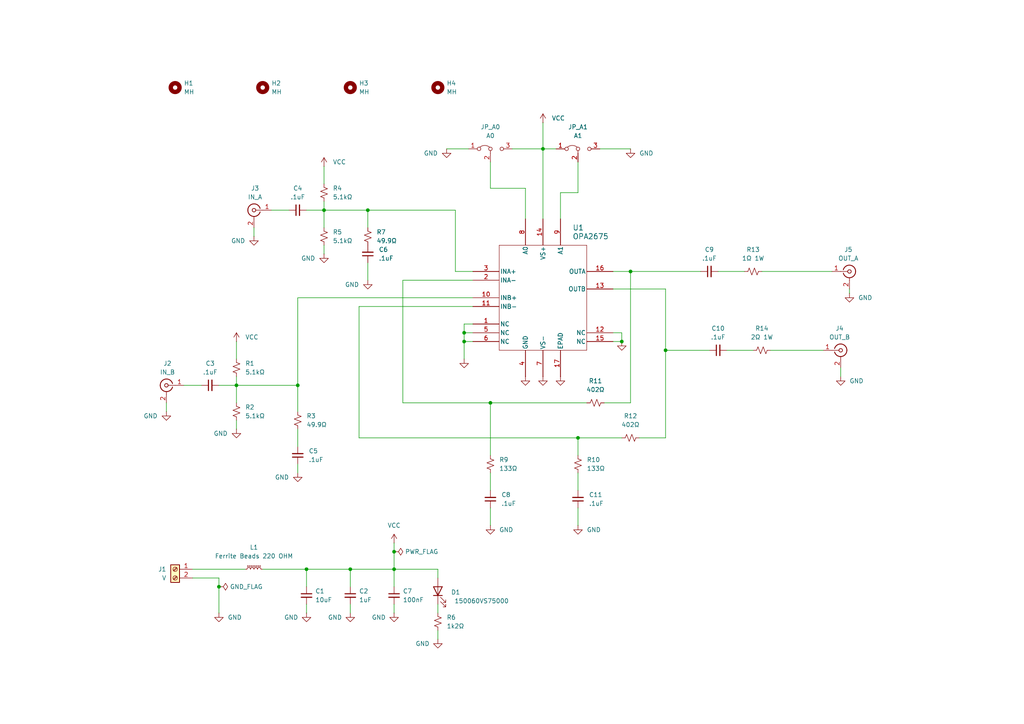
<source format=kicad_sch>
(kicad_sch (version 20231120) (generator "eeschema") (generator_version "8.0")
  (paper "A4")
  (lib_symbols
    (symbol "Connector:Conn_Coaxial" (pin_names (offset 1.016) hide)
      (property "Reference" "J" (at 0.254 3.048 0))
      (property "Value" "Conn_Coaxial" (at 2.921 0 90))
      (symbol "Conn_Coaxial_0_1"
        (arc (start -1.778 -0.508) (mid 0.2311 -1.8066) (end 1.778 0) (stroke (width 0.254)))
        (polyline (pts (xy -2.54 0) (xy -0.508 0)))
        (polyline (pts (xy 0 -2.54) (xy 0 -1.778)))
        (circle (center 0 0) (radius 0.508) (stroke (width 0.2032)))
        (arc (start 1.778 0) (mid 0.2099 1.8101) (end -1.778 0.508) (stroke (width 0.254)))
      )
      (symbol "Conn_Coaxial_1_1"
        (pin passive line (at -5.08 0 0) (length 2.54) (name "In") (number "1"))
        (pin passive line (at 0 -5.08 90) (length 2.54) (name "Ext") (number "2"))
      )
    )
    (symbol "Connector:Screw_Terminal_01x02" (pin_names (offset 1.016) hide)
      (property "Reference" "J" (at 0 2.54 0))
      (property "Value" "Screw_Terminal_01x02" (at 0 -5.08 0))
      (symbol "Screw_Terminal_01x02_1_1"
        (rectangle (start -1.27 1.27) (end 1.27 -3.81) (stroke (width 0.254)) (fill (type background)))
        (circle (center 0 -2.54) (radius 0.635) (stroke (width 0.1524)))
        (polyline (pts (xy -0.5334 -2.2098) (xy 0.3302 -3.048)) (stroke (width 0.1524)))
        (polyline (pts (xy -0.5334 0.3302) (xy 0.3302 -0.508)) (stroke (width 0.1524)))
        (polyline (pts (xy -0.3556 -2.032) (xy 0.508 -2.8702)) (stroke (width 0.1524)))
        (polyline (pts (xy -0.3556 0.508) (xy 0.508 -0.3302)) (stroke (width 0.1524)))
        (circle (center 0 0) (radius 0.635) (stroke (width 0.1524)))
        (pin passive line (at -5.08 0 0) (length 3.81) (name "Pin_1") (number "1"))
        (pin passive line (at -5.08 -2.54 0) (length 3.81) (name "Pin_2") (number "2"))
      )
    )
    (symbol "Device:C_Small" (pin_numbers hide) (pin_names (offset 0.254) hide)
      (property "Reference" "C" (at 0.254 1.778 0))
      (property "Value" "C_Small" (at 0.254 -2.032 0))
      (symbol "C_Small_0_1"
        (polyline (pts (xy -1.524 -0.508) (xy 1.524 -0.508)) (stroke (width 0.3302)))
        (polyline (pts (xy -1.524 0.508) (xy 1.524 0.508)) (stroke (width 0.3048)))
      )
      (symbol "C_Small_1_1"
        (pin passive line (at 0 2.54 270) (length 2.032) (name "~") (number "1"))
        (pin passive line (at 0 -2.54 90) (length 2.032) (name "~") (number "2"))
      )
    )
    (symbol "Device:LED" (pin_numbers hide) (pin_names (offset 1.016) hide)
      (property "Reference" "D" (at 0 2.54 0))
      (property "Value" "LED" (at 0 -2.54 0))
      (symbol "LED_0_1"
        (polyline (pts (xy -1.27 -1.27) (xy -1.27 1.27)) (stroke (width 0.254)))
        (polyline (pts (xy -1.27 0) (xy 1.27 0)))
        (polyline (pts (xy 1.27 -1.27) (xy 1.27 1.27) (xy -1.27 0) (xy 1.27 -1.27)) (stroke (width 0.254)))
        (polyline (pts (xy -3.048 -0.762) (xy -4.572 -2.286) (xy -3.81 -2.286) (xy -4.572 -2.286) (xy -4.572 -1.524)))
        (polyline (pts (xy -1.778 -0.762) (xy -3.302 -2.286) (xy -2.54 -2.286) (xy -3.302 -2.286) (xy -3.302 -1.524)))
      )
      (symbol "LED_1_1"
        (pin passive line (at -3.81 0 0) (length 2.54) (name "K") (number "1"))
        (pin passive line (at 3.81 0 180) (length 2.54) (name "A") (number "2"))
      )
    )
    (symbol "Device:L_Ferrite_Small" (pin_numbers hide) (pin_names (offset 0.254) hide)
      (property "Reference" "L" (at 1.27 1.016 0))
      (property "Value" "L_Ferrite_Small" (at 1.27 -1.27 0))
      (symbol "L_Ferrite_Small_0_1"
        (arc (start 0 -2.032) (mid 0.5058 -1.524) (end 0 -1.016))
        (arc (start 0 -1.016) (mid 0.5058 -0.508) (end 0 0))
        (polyline (pts (xy 0.762 -1.905) (xy 0.762 -1.651)))
        (polyline (pts (xy 0.762 -1.397) (xy 0.762 -1.143)))
        (polyline (pts (xy 0.762 -0.889) (xy 0.762 -0.635)))
        (polyline (pts (xy 0.762 -0.381) (xy 0.762 -0.127)))
        (polyline (pts (xy 0.762 0.127) (xy 0.762 0.381)))
        (polyline (pts (xy 0.762 0.635) (xy 0.762 0.889)))
        (polyline (pts (xy 0.762 1.143) (xy 0.762 1.397)))
        (polyline (pts (xy 0.762 1.651) (xy 0.762 1.905)))
        (polyline (pts (xy 1.016 -1.651) (xy 1.016 -1.905)))
        (polyline (pts (xy 1.016 -1.143) (xy 1.016 -1.397)))
        (polyline (pts (xy 1.016 -0.635) (xy 1.016 -0.889)))
        (polyline (pts (xy 1.016 -0.127) (xy 1.016 -0.381)))
        (polyline (pts (xy 1.016 0.381) (xy 1.016 0.127)))
        (polyline (pts (xy 1.016 0.889) (xy 1.016 0.635)))
        (polyline (pts (xy 1.016 1.397) (xy 1.016 1.143)))
        (polyline (pts (xy 1.016 1.905) (xy 1.016 1.651)))
        (arc (start 0 0) (mid 0.5058 0.508) (end 0 1.016))
        (arc (start 0 1.016) (mid 0.5058 1.524) (end 0 2.032))
      )
      (symbol "L_Ferrite_Small_1_1"
        (pin passive line (at 0 2.54 270) (length 0.508) (name "~") (number "1"))
        (pin passive line (at 0 -2.54 90) (length 0.508) (name "~") (number "2"))
      )
    )
    (symbol "Device:R_Small_US" (pin_numbers hide) (pin_names (offset 0.254) hide)
      (property "Reference" "R" (at 0.762 0.508 0))
      (property "Value" "R_Small_US" (at 0.762 -1.016 0))
      (symbol "R_Small_US_1_1"
        (polyline (pts (xy 0 0) (xy 1.016 -0.381) (xy 0 -0.762) (xy -1.016 -1.143) (xy 0 -1.524)))
        (polyline (pts (xy 0 1.524) (xy 1.016 1.143) (xy 0 0.762) (xy -1.016 0.381) (xy 0 0)))
        (pin passive line (at 0 2.54 270) (length 1.016) (name "~") (number "1"))
        (pin passive line (at 0 -2.54 90) (length 1.016) (name "~") (number "2"))
      )
    )
    (symbol "Jumper:Jumper_3_Bridged12" (pin_names (offset 0) hide) (exclude_from_sim yes) (in_bom no)
      (property "Reference" "JP" (at -2.54 -2.54 0))
      (property "Value" "Jumper_3_Bridged12" (at 0 2.794 0))
      (symbol "Jumper_3_Bridged12_0_0"
        (circle (center -3.302 0) (radius 0.508))
        (circle (center 0 0) (radius 0.508))
        (circle (center 3.302 0) (radius 0.508))
      )
      (symbol "Jumper_3_Bridged12_0_1"
        (arc (start -0.254 0.508) (mid -1.651 0.9912) (end -3.048 0.508))
        (polyline (pts (xy 0 -1.27) (xy 0 -0.508)))
      )
      (symbol "Jumper_3_Bridged12_1_1"
        (pin passive line (at -6.35 0 0) (length 2.54) (name "A") (number "1"))
        (pin passive line (at 0 -3.81 90) (length 2.54) (name "C") (number "2"))
        (pin passive line (at 6.35 0 180) (length 2.54) (name "B") (number "3"))
      )
    )
    (symbol "Lumicom_Transmitter:OPA2675" (pin_names (offset 0.254))
      (property "Reference" "U" (at 16.002 4.318 0))
      (property "Value" "OPA2675" (at 19.05 1.524 0))
      (symbol "OPA2675_0_1"
        (polyline (pts (xy 0 -30.48) (xy 25.4 -30.48)) (stroke (width 0.127)))
        (polyline (pts (xy 0 0) (xy 0 -30.48)) (stroke (width 0.127)))
        (polyline (pts (xy 25.4 -30.48) (xy 25.4 0)) (stroke (width 0.127)))
        (polyline (pts (xy 25.4 0) (xy 0 0)) (stroke (width 0.127)))
        (pin passive line (at -7.62 -22.86 0) (length 7.62) (name "NC") (number "1"))
        (pin input line (at -7.62 -15.24 0) (length 7.62) (name "INB+") (number "10"))
        (pin input line (at -7.62 -17.78 0) (length 7.62) (name "INB-") (number "11"))
        (pin passive line (at 33.02 -25.4 180) (length 7.62) (name "NC") (number "12"))
        (pin output line (at 33.02 -12.7 180) (length 7.62) (name "OUTB") (number "13"))
        (pin power_in line (at 12.7 7.62 270) (length 7.62) (name "VS+") (number "14"))
        (pin passive line (at 33.02 -27.94 180) (length 7.62) (name "NC") (number "15"))
        (pin output line (at 33.02 -7.62 180) (length 7.62) (name "OUTA") (number "16"))
        (pin input line (at -7.62 -10.16 0) (length 7.62) (name "INA-") (number "2"))
        (pin input line (at -7.62 -7.62 0) (length 7.62) (name "INA+") (number "3"))
        (pin power_in line (at 7.62 -38.1 90) (length 7.62) (name "GND") (number "4"))
        (pin passive line (at -7.62 -25.4 0) (length 7.62) (name "NC") (number "5"))
        (pin passive line (at -7.62 -27.94 0) (length 7.62) (name "NC") (number "6"))
        (pin power_in line (at 12.7 -38.1 90) (length 7.62) (name "VS-") (number "7"))
        (pin input line (at 7.62 7.62 270) (length 7.62) (name "A0") (number "8"))
        (pin input line (at 17.78 7.62 270) (length 7.62) (name "A1") (number "9"))
      )
      (symbol "OPA2675_1_1"
        (pin passive line (at 17.78 -38.1 90) (length 7.62) (name "EPAD") (number "17"))
      )
    )
    (symbol "Mechanical:MountingHole" (pin_names (offset 1.016)) (exclude_from_sim yes) (in_bom no)
      (property "Reference" "H" (at 0 5.08 0))
      (property "Value" "MountingHole" (at 0 3.175 0))
      (symbol "MountingHole_0_1"
        (circle (center 0 0) (radius 1.27) (stroke (width 1.27)))
      )
    )
    (symbol "power:GND" (power) (pin_numbers hide) (pin_names (offset 0) hide)
      (property "Value" "GND" (at 0 -3.81 0))
      (symbol "GND_0_1"
        (polyline (pts (xy 0 0) (xy 0 -1.27) (xy 1.27 -1.27) (xy 0 -2.54) (xy -1.27 -1.27) (xy 0 -1.27)))
      )
      (symbol "GND_1_1"
        (pin power_in line (at 0 0 270) (length 0) (name "~") (number "1"))
      )
    )
    (symbol "power:PWR_FLAG" (power) (pin_numbers hide) (pin_names (offset 0) hide)
      (property "Value" "PWR_FLAG" (at 0 3.81 0))
      (symbol "PWR_FLAG_0_0"
        (pin power_out line (at 0 0 90) (length 0) (name "~") (number "1"))
      )
      (symbol "PWR_FLAG_0_1"
        (polyline (pts (xy 0 0) (xy 0 1.27) (xy -1.016 1.905) (xy 0 2.54) (xy 1.016 1.905) (xy 0 1.27)))
      )
    )
    (symbol "power:VCC" (power) (pin_numbers hide) (pin_names (offset 0) hide)
      (property "Value" "VCC" (at 0 3.556 0))
      (symbol "VCC_0_1"
        (polyline (pts (xy -0.762 1.27) (xy 0 2.54)))
        (polyline (pts (xy 0 0) (xy 0 2.54)))
        (polyline (pts (xy 0 2.54) (xy 0.762 1.27)))
      )
      (symbol "VCC_1_1"
        (pin power_in line (at 0 0 90) (length 0) (name "~") (number "1"))
      )
    )
  )
  (junction (at 142.24 116.84))
  (junction (at 193.04 101.6))
  (junction (at 180.34 99.06))
  (junction (at 182.88 78.74))
  (junction (at 68.58 111.76))
  (junction (at 134.62 99.06))
  (junction (at 101.6 165.1))
  (junction (at 63.5 170.18))
  (junction (at 86.36 111.76))
  (junction (at 157.48 43.18))
  (junction (at 114.3 160.02))
  (junction (at 134.62 96.52))
  (junction (at 106.68 60.96))
  (junction (at 88.9 165.1))
  (junction (at 93.98 60.96))
  (junction (at 114.3 165.1))
  (junction (at 167.64 127))
  (wire (pts (xy 73.66 66.04) (xy 73.66 68.58)))
  (wire (pts (xy 63.5 177.8) (xy 63.5 170.18)))
  (wire (pts (xy 63.5 167.64) (xy 63.5 170.18)))
  (wire (pts (xy 86.36 86.36) (xy 137.16 86.36)))
  (wire (pts (xy 129.54 43.18) (xy 135.89 43.18)))
  (wire (pts (xy 127 167.64) (xy 127 165.1)))
  (wire (pts (xy 134.62 96.52) (xy 134.62 99.06)))
  (wire (pts (xy 142.24 147.32) (xy 142.24 152.4)))
  (wire (pts (xy 86.36 134.62) (xy 86.36 137.16)))
  (wire (pts (xy 93.98 58.42) (xy 93.98 60.96)))
  (wire (pts (xy 193.04 83.82) (xy 193.04 101.6)))
  (wire (pts (xy 137.16 99.06) (xy 134.62 99.06)))
  (wire (pts (xy 86.36 111.76) (xy 86.36 86.36)))
  (wire (pts (xy 86.36 111.76) (xy 86.36 119.38)))
  (wire (pts (xy 152.4 54.61) (xy 152.4 63.5)))
  (wire (pts (xy 157.48 35.56) (xy 157.48 43.18)))
  (wire (pts (xy 88.9 175.26) (xy 88.9 177.8)))
  (wire (pts (xy 170.18 116.84) (xy 142.24 116.84)))
  (wire (pts (xy 93.98 60.96) (xy 106.68 60.96)))
  (wire (pts (xy 167.64 127) (xy 180.34 127)))
  (wire (pts (xy 193.04 127) (xy 185.42 127)))
  (wire (pts (xy 142.24 54.61) (xy 142.24 46.99)))
  (wire (pts (xy 162.56 55.88) (xy 162.56 63.5)))
  (wire (pts (xy 116.84 116.84) (xy 142.24 116.84)))
  (wire (pts (xy 157.48 43.18) (xy 161.29 43.18)))
  (wire (pts (xy 127 165.1) (xy 114.3 165.1)))
  (wire (pts (xy 116.84 81.28) (xy 137.16 81.28)))
  (wire (pts (xy 104.14 88.9) (xy 137.16 88.9)))
  (wire (pts (xy 243.84 106.68) (xy 243.84 109.22)))
  (wire (pts (xy 193.04 101.6) (xy 193.04 127)))
  (wire (pts (xy 157.48 43.18) (xy 157.48 63.5)))
  (wire (pts (xy 167.64 127) (xy 167.64 132.08)))
  (wire (pts (xy 137.16 93.98) (xy 134.62 93.98)))
  (wire (pts (xy 127 185.42) (xy 127 182.88)))
  (wire (pts (xy 116.84 81.28) (xy 116.84 116.84)))
  (wire (pts (xy 106.68 76.2) (xy 106.68 81.28)))
  (wire (pts (xy 68.58 111.76) (xy 86.36 111.76)))
  (wire (pts (xy 167.64 137.16) (xy 167.64 142.24)))
  (wire (pts (xy 55.88 167.64) (xy 63.5 167.64)))
  (wire (pts (xy 68.58 109.22) (xy 68.58 111.76)))
  (wire (pts (xy 76.2 165.1) (xy 88.9 165.1)))
  (wire (pts (xy 148.59 43.18) (xy 157.48 43.18)))
  (wire (pts (xy 177.8 96.52) (xy 180.34 96.52)))
  (wire (pts (xy 132.08 60.96) (xy 132.08 78.74)))
  (wire (pts (xy 93.98 66.04) (xy 93.98 60.96)))
  (wire (pts (xy 142.24 137.16) (xy 142.24 142.24)))
  (wire (pts (xy 68.58 99.06) (xy 68.58 104.14)))
  (wire (pts (xy 193.04 83.82) (xy 177.8 83.82)))
  (wire (pts (xy 106.68 66.04) (xy 106.68 60.96)))
  (wire (pts (xy 55.88 165.1) (xy 71.12 165.1)))
  (wire (pts (xy 182.88 78.74) (xy 203.2 78.74)))
  (wire (pts (xy 88.9 60.96) (xy 93.98 60.96)))
  (wire (pts (xy 134.62 96.52) (xy 137.16 96.52)))
  (wire (pts (xy 106.68 60.96) (xy 132.08 60.96)))
  (wire (pts (xy 167.64 147.32) (xy 167.64 152.4)))
  (wire (pts (xy 101.6 165.1) (xy 114.3 165.1)))
  (wire (pts (xy 220.98 78.74) (xy 241.3 78.74)))
  (wire (pts (xy 127 177.8) (xy 127 175.26)))
  (wire (pts (xy 101.6 175.26) (xy 101.6 177.8)))
  (wire (pts (xy 182.88 43.18) (xy 173.99 43.18)))
  (wire (pts (xy 177.8 99.06) (xy 180.34 99.06)))
  (wire (pts (xy 162.56 55.88) (xy 167.64 55.88)))
  (wire (pts (xy 53.34 111.76) (xy 58.42 111.76)))
  (wire (pts (xy 63.5 111.76) (xy 68.58 111.76)))
  (wire (pts (xy 48.26 116.84) (xy 48.26 119.38)))
  (wire (pts (xy 88.9 165.1) (xy 101.6 165.1)))
  (wire (pts (xy 93.98 48.26) (xy 93.98 53.34)))
  (wire (pts (xy 101.6 170.18) (xy 101.6 165.1)))
  (wire (pts (xy 246.38 83.82) (xy 246.38 85.09)))
  (wire (pts (xy 218.44 101.6) (xy 210.82 101.6)))
  (wire (pts (xy 134.62 99.06) (xy 134.62 104.14)))
  (wire (pts (xy 68.58 121.92) (xy 68.58 124.46)))
  (wire (pts (xy 68.58 116.84) (xy 68.58 111.76)))
  (wire (pts (xy 93.98 71.12) (xy 93.98 73.66)))
  (wire (pts (xy 104.14 88.9) (xy 104.14 127)))
  (wire (pts (xy 182.88 116.84) (xy 175.26 116.84)))
  (wire (pts (xy 78.74 60.96) (xy 83.82 60.96)))
  (wire (pts (xy 114.3 157.48) (xy 114.3 160.02)))
  (wire (pts (xy 177.8 78.74) (xy 182.88 78.74)))
  (wire (pts (xy 208.28 78.74) (xy 215.9 78.74)))
  (wire (pts (xy 180.34 96.52) (xy 180.34 99.06)))
  (wire (pts (xy 167.64 46.99) (xy 167.64 55.88)))
  (wire (pts (xy 104.14 127) (xy 167.64 127)))
  (wire (pts (xy 114.3 160.02) (xy 114.3 165.1)))
  (wire (pts (xy 86.36 124.46) (xy 86.36 129.54)))
  (wire (pts (xy 182.88 78.74) (xy 182.88 116.84)))
  (wire (pts (xy 152.4 54.61) (xy 142.24 54.61)))
  (wire (pts (xy 223.52 101.6) (xy 238.76 101.6)))
  (wire (pts (xy 88.9 165.1) (xy 88.9 170.18)))
  (wire (pts (xy 114.3 175.26) (xy 114.3 177.8)))
  (wire (pts (xy 132.08 78.74) (xy 137.16 78.74)))
  (wire (pts (xy 134.62 93.98) (xy 134.62 96.52)))
  (wire (pts (xy 142.24 116.84) (xy 142.24 132.08)))
  (wire (pts (xy 205.74 101.6) (xy 193.04 101.6)))
  (wire (pts (xy 114.3 170.18) (xy 114.3 165.1)))
  (symbol (lib_id "Jumper:Jumper_3_Bridged12") (at 142.24 43.18 0) (unit 1) (exclude_from_sim yes) (in_bom no)
    (property "Reference" "JP_A0" (at 142.24 36.83 0))
    (property "Value" "A0" (at 142.24 39.37 0))
    (property "Footprint" "Connector_PinHeader_2.54mm:PinHeader_1x03_P2.54mm_Vertical" (effects (hide yes)))
    (property "Description" "3-pole 2.54mm pitch jumper" (effects (hide yes)))
  )
  (symbol (lib_id "power:VCC") (at 68.58 99.06 0) (unit 1)
    (property "Reference" "#PWR06" (effects (hide yes)))
    (property "Value" "VCC" (at 71.12 97.7899 0) (effects (justify left)))
    (property "Description" "Power symbol creates a global label with name \"VCC\"" (effects (hide yes)))
  )
  (symbol (lib_id "Device:C_Small") (at 86.36 60.96 90) (unit 1)
    (property "Reference" "C4" (at 86.3663 54.61 90))
    (property "Value" ".1uF" (at 86.3663 57.15 90))
    (property "Footprint" "Capacitor_SMD:C_0402_1005Metric_Pad0.74x0.62mm_HandSolder" (effects (hide yes)))
    (property "Datasheet" "https://www.mouser.com/datasheet/2/40/530L-3392686.pdf" (effects (hide yes)))
    (property "Description" "16V 100nF 10% 0402" (effects (hide yes)))
    (property "Manufacturer" "KYOCERA AVX " (effects (hide yes)))
    (property "Manufacturer Part Number" "530L104KT16 " (effects (hide yes)))
    (property "Mouser Part Number" " 581-530L104KT16 " (effects (hide yes)))
  )
  (symbol (lib_id "Connector:Conn_Coaxial") (at 246.38 78.74 0) (unit 1) (exclude_from_sim yes) (in_bom no)
    (property "Reference" "J5" (at 246.0626 72.39 0))
    (property "Value" "OUT_A" (at 246.0626 74.93 0))
    (property "Footprint" "Connector_Coaxial:SMA_Samtec_SMA-J-P-X-ST-EM1_EdgeMount" (effects (hide yes)))
    (property "Datasheet" " ~" (effects (hide yes)))
    (property "Description" "coaxial connector (BNC, SMA, SMB, SMC, Cinch/RCA, LEMO, ...)" (effects (hide yes)))
  )
  (symbol (lib_id "power:GND") (at 86.36 137.16 0) (unit 1)
    (property "Reference" "#PWR09" (effects (hide yes)))
    (property "Value" "GND" (at 83.82 138.4299 0) (effects (justify right)))
    (property "Description" "Power symbol creates a global label with name \"GND\" , ground" (effects (hide yes)))
  )
  (symbol (lib_id "Device:R_Small_US") (at 93.98 68.58 0) (unit 1)
    (property "Reference" "R5" (at 96.52 67.3099 0) (effects (justify left)))
    (property "Value" "5.1kΩ" (at 96.52 69.8499 0) (effects (justify left)))
    (property "Footprint" "Resistor_SMD:R_0603_1608Metric" (effects (hide yes)))
    (property "Datasheet" "https://www.vishay.com/doc?20035" (effects (hide yes)))
    (property "Description" "1/10watt 5.1Kohms 1%" (effects (hide yes)))
    (property "Manufacturer" "Vishay / Dale" (effects (hide yes)))
    (property "Manufacturer Part Number" "CRCW06035K10FKEA" (effects (hide yes)))
    (property "Mouser Part Number" " 71-CRCW0603-5.1K-E3" (effects (hide yes)))
  )
  (symbol (lib_id "Device:L_Ferrite_Small") (at 73.66 165.1 90) (unit 1)
    (property "Reference" "L1" (at 73.66 158.75 90))
    (property "Value" " Ferrite Beads 220 OHM " (at 73.66 161.29 90))
    (property "Footprint" "Inductor_SMD:L_0603_1608Metric_Pad1.05x0.95mm_HandSolder" (effects (hide yes)))
    (property "Datasheet" "https://www.mouser.com/datasheet/2/281/ENFA0003-1915778.pdf" (effects (hide yes)))
    (property "Description" " Ferrite Beads 220 OHM 25% Alternate Sizing Guide Below " (effects (hide yes)))
    (property "Manufacturer Part Number" " BLM18KG221SN1D " (effects (hide yes)))
    (property "Mouser Part Number" " 81-BLM18KG221SN1D " (effects (hide yes)))
    (property "Manufacturer" "Murata Electronics " (effects (hide yes)))
  )
  (symbol (lib_id "power:GND") (at 180.34 99.06 0) (unit 1)
    (property "Reference" "#PWR023" (effects (hide yes)))
    (property "Value" "GND" (effects (hide yes)))
    (property "Description" "Power symbol creates a global label with name \"GND\" , ground" (effects (hide yes)))
  )
  (symbol (lib_id "power:GND") (at 157.48 109.22 0) (unit 1)
    (property "Reference" "#PWR020" (effects (hide yes)))
    (property "Value" "GND" (effects (hide yes)))
    (property "Description" "Power symbol creates a global label with name \"GND\" , ground" (effects (hide yes)))
  )
  (symbol (lib_id "Device:C_Small") (at 167.64 144.78 180) (unit 1)
    (property "Reference" "C11" (at 170.815 143.5035 0) (effects (justify right)))
    (property "Value" ".1uF" (at 170.815 146.0435 0) (effects (justify right)))
    (property "Footprint" "Capacitor_SMD:C_0402_1005Metric_Pad0.74x0.62mm_HandSolder" (effects (hide yes)))
    (property "Datasheet" "https://www.mouser.com/datasheet/2/40/530L-3392686.pdf" (effects (hide yes)))
    (property "Description" "16V 100nF 10% 0402" (effects (hide yes)))
    (property "Manufacturer" "KYOCERA AVX " (effects (hide yes)))
    (property "Manufacturer Part Number" "530L104KT16 " (effects (hide yes)))
    (property "Mouser Part Number" " 581-530L104KT16 " (effects (hide yes)))
  )
  (symbol (lib_id "Device:R_Small_US") (at 167.64 134.62 180) (unit 1)
    (property "Reference" "R10" (at 170.18 133.3499 0) (effects (justify right)))
    (property "Value" "133Ω" (at 170.18 135.8899 0) (effects (justify right)))
    (property "Footprint" "Resistor_SMD:R_0402_1005Metric_Pad0.72x0.64mm_HandSolder" (effects (hide yes)))
    (property "Datasheet" "https://www.mouser.com/datasheet/2/54/CRT-1649066.pdf" (effects (hide yes)))
    (property "Description" "133 OHM 1% 50PPM 1/10W" (effects (hide yes)))
    (property "Manufacturer" "Bourns " (effects (hide yes)))
    (property "Manufacturer Part Number" " CRT0402-FZ-1330GLF " (effects (hide yes)))
    (property "Mouser Part Number" " 652-CRT0402FZ1330GLF " (effects (hide yes)))
  )
  (symbol (lib_id "power:VCC") (at 93.98 48.26 0) (unit 1)
    (property "Reference" "#PWR010" (effects (hide yes)))
    (property "Value" "VCC" (at 96.52 46.9899 0) (effects (justify left)))
    (property "Description" "Power symbol creates a global label with name \"VCC\"" (effects (hide yes)))
  )
  (symbol (lib_id "power:GND") (at 167.64 152.4 0) (unit 1)
    (property "Reference" "#PWR022" (effects (hide yes)))
    (property "Value" "GND" (at 170.18 153.6699 0) (effects (justify left)))
    (property "Description" "Power symbol creates a global label with name \"GND\" , ground" (effects (hide yes)))
  )
  (symbol (lib_id "Connector:Conn_Coaxial") (at 48.26 111.76 0) (mirror y) (unit 1) (exclude_from_sim yes) (in_bom no)
    (property "Reference" "J2" (at 48.5774 105.41 0))
    (property "Value" "IN_B" (at 48.5774 107.95 0))
    (property "Footprint" "Connector_Coaxial:SMA_Samtec_SMA-J-P-X-ST-EM1_EdgeMount" (effects (hide yes)))
    (property "Datasheet" " ~" (effects (hide yes)))
    (property "Description" "coaxial connector (BNC, SMA, SMB, SMC, Cinch/RCA, LEMO, ...)" (effects (hide yes)))
  )
  (symbol (lib_id "Device:R_Small_US") (at 106.68 68.58 0) (unit 1)
    (property "Reference" "R7" (at 109.22 67.3099 0) (effects (justify left)))
    (property "Value" "49.9Ω" (at 109.22 69.8499 0) (effects (justify left)))
    (property "Footprint" "Resistor_SMD:R_0603_1608Metric" (effects (hide yes)))
    (property "Datasheet" "https://www.vishay.com/doc?28705" (effects (hide yes)))
    (property "Description" "49.9ohm 1% 0603 50ppm Auto" (effects (hide yes)))
    (property "Manufacturer" "Vishay / Beyschlag" (effects (hide yes)))
    (property "Manufacturer Part Number" "MCT06030C4999FP500" (effects (hide yes)))
    (property "Mouser Part Number" " 594-MCT06030C4999FP5 " (effects (hide yes)))
  )
  (symbol (lib_id "Lumicom_Transmitter:OPA2675") (at 144.78 71.12 0) (unit 1)
    (property "Reference" "U1" (at 166.0541 66.04 0) (effects (font (size 1.524 1.524)) (justify left)))
    (property "Value" "OPA2675" (at 166.0541 68.58 0) (effects (font (size 1.524 1.524)) (justify left)))
    (property "Footprint" "LumiCom_Transmitter:Texas_OPA2675" (effects (hide yes)))
    (property "Datasheet" "https://www.ti.com/lit/ds/symlink/opa2675.pdf?ts=1736551485637" (effects (hide yes)))
    (property "Description" "High Speed Operational Amplifiers Dual-channel, wideband high-power-output current-feedback amplifier 16-VQFN -40 to 85" (effects (hide yes)))
    (property "Manufacturer" " Texas Instruments " (effects (hide yes)))
    (property "Manufacturer Part Number" "OPA2675RGVR " (effects (hide yes)))
    (property "Mouser Part Number" " 595-OPA2675RGVR " (effects (hide yes)))
  )
  (symbol (lib_id "Device:C_Small") (at 114.3 172.72 0) (unit 1)
    (property "Reference" "C7" (at 116.84 171.4562 0) (effects (justify left)))
    (property "Value" "100nF" (at 116.84 173.9962 0) (effects (justify left)))
    (property "Footprint" "Capacitor_SMD:C_0603_1608Metric_Pad1.08x0.95mm_HandSolder" (effects (hide yes)))
    (property "Datasheet" "https://www.mouser.com/datasheet/2/585/MLCC-1837944.pdf" (effects (hide yes)))
    (property "Description" "100nF+/-10% 16V X7R 0603" (effects (hide yes)))
    (property "Manufacturer Part Number" "CL10B104KO8NFNC" (effects (hide yes)))
    (property "Mouser Part Number" " 187-CL10B104KO8NFNC " (effects (hide yes)))
    (property "Manufacturer" "Samsung Electro-Mechanics" (effects (hide yes)))
  )
  (symbol (lib_id "power:GND") (at 106.68 81.28 0) (unit 1)
    (property "Reference" "#PWR012" (effects (hide yes)))
    (property "Value" "GND" (at 104.14 82.5499 0) (effects (justify right)))
    (property "Description" "Power symbol creates a global label with name \"GND\" , ground" (effects (hide yes)))
  )
  (symbol (lib_id "power:GND") (at 162.56 109.22 0) (unit 1)
    (property "Reference" "#PWR021" (effects (hide yes)))
    (property "Value" "GND" (effects (hide yes)))
    (property "Description" "Power symbol creates a global label with name \"GND\" , ground" (effects (hide yes)))
  )
  (symbol (lib_id "Device:C_Small") (at 106.68 73.66 180) (unit 1)
    (property "Reference" "C6" (at 109.855 72.3835 0) (effects (justify right)))
    (property "Value" ".1uF" (at 109.855 74.9235 0) (effects (justify right)))
    (property "Footprint" "Capacitor_SMD:C_0402_1005Metric_Pad0.74x0.62mm_HandSolder" (effects (hide yes)))
    (property "Datasheet" "https://www.mouser.com/datasheet/2/40/530L-3392686.pdf" (effects (hide yes)))
    (property "Description" "16V 100nF 10% 0402" (effects (hide yes)))
    (property "Manufacturer" "KYOCERA AVX " (effects (hide yes)))
    (property "Manufacturer Part Number" "530L104KT16 " (effects (hide yes)))
    (property "Mouser Part Number" " 581-530L104KT16 " (effects (hide yes)))
  )
  (symbol (lib_id "Connector:Screw_Terminal_01x02") (at 50.8 165.1 0) (mirror y) (unit 1)
    (property "Reference" "J1" (at 48.26 165.0999 0) (effects (justify left)))
    (property "Value" "V" (at 48.26 167.6399 0) (effects (justify left)))
    (property "Footprint" "TerminalBlock_Phoenix:TerminalBlock_Phoenix_MKDS-1,5-2_1x02_P5.00mm_Horizontal" (effects (hide yes)))
    (property "Description" "Generic screw terminal, single row, 01x02, script generated (kicad-library-utils/schlib/autogen/connector/)" (effects (hide yes)))
  )
  (symbol (lib_id "power:GND") (at 63.5 177.8 0) (unit 1)
    (property "Reference" "#PWR01" (effects (hide yes)))
    (property "Value" "GND" (at 66.04 179.0699 0) (effects (justify left)))
    (property "Description" "Power symbol creates a global label with name \"GND\" , ground" (effects (hide yes)))
  )
  (symbol (lib_id "Mechanical:MountingHole") (at 76.2 25.4 0) (unit 1) (exclude_from_sim yes) (in_bom no)
    (property "Reference" "H2" (at 78.74 24.1299 0) (effects (justify left)))
    (property "Value" "MH" (at 78.74 26.6699 0) (effects (justify left)))
    (property "Footprint" "MountingHole:MountingHole_3.2mm_M3_ISO7380" (effects (hide yes)))
    (property "Description" "M3 Mounting Hole without connection" (effects (hide yes)))
  )
  (symbol (lib_id "Device:C_Small") (at 60.96 111.76 90) (unit 1)
    (property "Reference" "C3" (at 60.9663 105.41 90))
    (property "Value" ".1uF" (at 60.9663 107.95 90))
    (property "Footprint" "Capacitor_SMD:C_0402_1005Metric_Pad0.74x0.62mm_HandSolder" (effects (hide yes)))
    (property "Datasheet" "https://www.mouser.com/datasheet/2/40/530L-3392686.pdf" (effects (hide yes)))
    (property "Description" "16V 100nF 10% 0402" (effects (hide yes)))
    (property "Manufacturer" "KYOCERA AVX " (effects (hide yes)))
    (property "Manufacturer Part Number" "530L104KT16 " (effects (hide yes)))
    (property "Mouser Part Number" " 581-530L104KT16 " (effects (hide yes)))
  )
  (symbol (lib_id "Device:R_Small_US") (at 68.58 119.38 0) (unit 1)
    (property "Reference" "R2" (at 71.12 118.1099 0) (effects (justify left)))
    (property "Value" "5.1kΩ" (at 71.12 120.6499 0) (effects (justify left)))
    (property "Footprint" "Resistor_SMD:R_0603_1608Metric" (effects (hide yes)))
    (property "Datasheet" "https://www.vishay.com/doc?20035" (effects (hide yes)))
    (property "Description" "1/10watt 5.1Kohms 1%" (effects (hide yes)))
    (property "Manufacturer" "Vishay / Dale" (effects (hide yes)))
    (property "Manufacturer Part Number" "CRCW06035K10FKEA" (effects (hide yes)))
    (property "Mouser Part Number" " 71-CRCW0603-5.1K-E3" (effects (hide yes)))
  )
  (symbol (lib_id "power:GND") (at 68.58 124.46 0) (unit 1)
    (property "Reference" "#PWR07" (effects (hide yes)))
    (property "Value" "GND" (at 66.04 125.7299 0) (effects (justify right)))
    (property "Description" "Power symbol creates a global label with name \"GND\" , ground" (effects (hide yes)))
  )
  (symbol (lib_id "Device:C_Small") (at 142.24 144.78 180) (unit 1)
    (property "Reference" "C8" (at 145.415 143.5035 0) (effects (justify right)))
    (property "Value" ".1uF" (at 145.415 146.0435 0) (effects (justify right)))
    (property "Footprint" "Capacitor_SMD:C_0402_1005Metric_Pad0.74x0.62mm_HandSolder" (effects (hide yes)))
    (property "Datasheet" "https://www.mouser.com/datasheet/2/40/530L-3392686.pdf" (effects (hide yes)))
    (property "Description" "16V 100nF 10% 0402" (effects (hide yes)))
    (property "Manufacturer" "KYOCERA AVX " (effects (hide yes)))
    (property "Manufacturer Part Number" "530L104KT16 " (effects (hide yes)))
    (property "Mouser Part Number" " 581-530L104KT16 " (effects (hide yes)))
  )
  (symbol (lib_id "Device:R_Small_US") (at 68.58 106.68 0) (unit 1)
    (property "Reference" "R1" (at 71.12 105.4099 0) (effects (justify left)))
    (property "Value" "5.1kΩ" (at 71.12 107.9499 0) (effects (justify left)))
    (property "Footprint" "Resistor_SMD:R_0603_1608Metric" (effects (hide yes)))
    (property "Datasheet" "https://www.vishay.com/doc?20035" (effects (hide yes)))
    (property "Description" "1/10watt 5.1Kohms 1%" (effects (hide yes)))
    (property "Manufacturer" "Vishay / Dale" (effects (hide yes)))
    (property "Manufacturer Part Number" "CRCW06035K10FKEA" (effects (hide yes)))
    (property "Mouser Part Number" " 71-CRCW0603-5.1K-E3" (effects (hide yes)))
  )
  (symbol (lib_id "Device:C_Small") (at 205.74 78.74 90) (unit 1)
    (property "Reference" "C9" (at 205.7463 72.39 90))
    (property "Value" ".1uF" (at 205.7463 74.93 90))
    (property "Footprint" "Capacitor_SMD:C_0402_1005Metric_Pad0.74x0.62mm_HandSolder" (effects (hide yes)))
    (property "Datasheet" "https://www.mouser.com/datasheet/2/40/530L-3392686.pdf" (effects (hide yes)))
    (property "Description" "16V 100nF 10% 0402" (effects (hide yes)))
    (property "Manufacturer" "KYOCERA AVX " (effects (hide yes)))
    (property "Manufacturer Part Number" "530L104KT16 " (effects (hide yes)))
    (property "Mouser Part Number" " 581-530L104KT16 " (effects (hide yes)))
  )
  (symbol (lib_id "power:GND") (at 114.3 177.8 0) (unit 1)
    (property "Reference" "#PWR014" (effects (hide yes)))
    (property "Value" "GND" (at 109.855 179.07 0))
    (property "Description" "Power symbol creates a global label with name \"GND\" , ground" (effects (hide yes)))
  )
  (symbol (lib_id "Device:C_Small") (at 101.6 172.72 0) (unit 1)
    (property "Reference" "C2" (at 104.14 171.4562 0) (effects (justify left)))
    (property "Value" "1uF" (at 104.14 173.9962 0) (effects (justify left)))
    (property "Footprint" "Capacitor_SMD:C_0603_1608Metric_Pad1.08x0.95mm_HandSolder" (effects (hide yes)))
    (property "Datasheet" "https://www.mouser.com/datasheet/2/585/MLCC-1837944.pdf" (effects (hide yes)))
    (property "Description" "1uF+/-10% 10V X7R 16 0603" (effects (hide yes)))
    (property "Manufacturer Part Number" " CL10B105KP8NNNC " (effects (hide yes)))
    (property "Mouser Part Number" " 187-CL10B105KP8NNNC " (effects (hide yes)))
    (property "Manufacturer" "Samsung Electro-Mechanics" (effects (hide yes)))
  )
  (symbol (lib_id "power:GND") (at 243.84 109.22 0) (unit 1)
    (property "Reference" "#PWR025" (effects (hide yes)))
    (property "Value" "GND" (at 246.38 110.4899 0) (effects (justify left)))
    (property "Description" "Power symbol creates a global label with name \"GND\" , ground" (effects (hide yes)))
  )
  (symbol (lib_id "power:GND") (at 88.9 177.8 0) (unit 1)
    (property "Reference" "#PWR02" (effects (hide yes)))
    (property "Value" "GND" (at 84.455 179.07 0))
    (property "Description" "Power symbol creates a global label with name \"GND\" , ground" (effects (hide yes)))
  )
  (symbol (lib_id "power:GND") (at 93.98 73.66 0) (unit 1)
    (property "Reference" "#PWR011" (effects (hide yes)))
    (property "Value" "GND" (at 91.44 74.9299 0) (effects (justify right)))
    (property "Description" "Power symbol creates a global label with name \"GND\" , ground" (effects (hide yes)))
  )
  (symbol (lib_id "Device:C_Small") (at 208.28 101.6 90) (unit 1)
    (property "Reference" "C10" (at 208.2863 95.25 90))
    (property "Value" ".1uF" (at 208.2863 97.79 90))
    (property "Footprint" "Capacitor_SMD:C_0402_1005Metric_Pad0.74x0.62mm_HandSolder" (effects (hide yes)))
    (property "Datasheet" "https://www.mouser.com/datasheet/2/40/530L-3392686.pdf" (effects (hide yes)))
    (property "Description" "16V 100nF 10% 0402" (effects (hide yes)))
    (property "Manufacturer" "KYOCERA AVX " (effects (hide yes)))
    (property "Manufacturer Part Number" "530L104KT16 " (effects (hide yes)))
    (property "Mouser Part Number" " 581-530L104KT16 " (effects (hide yes)))
  )
  (symbol (lib_id "Device:R_Small_US") (at 93.98 55.88 0) (unit 1)
    (property "Reference" "R4" (at 96.52 54.6099 0) (effects (justify left)))
    (property "Value" "5.1kΩ" (at 96.52 57.1499 0) (effects (justify left)))
    (property "Footprint" "Resistor_SMD:R_0603_1608Metric" (effects (hide yes)))
    (property "Datasheet" "https://www.vishay.com/doc?20035" (effects (hide yes)))
    (property "Description" "1/10watt 5.1Kohms 1%" (effects (hide yes)))
    (property "Manufacturer" "Vishay / Dale" (effects (hide yes)))
    (property "Manufacturer Part Number" "CRCW06035K10FKEA" (effects (hide yes)))
    (property "Mouser Part Number" " 71-CRCW0603-5.1K-E3" (effects (hide yes)))
  )
  (symbol (lib_id "Connector:Conn_Coaxial") (at 243.84 101.6 0) (unit 1) (exclude_from_sim yes) (in_bom no)
    (property "Reference" "J4" (at 243.5226 95.25 0))
    (property "Value" "OUT_B" (at 243.5226 97.79 0))
    (property "Footprint" "Connector_Coaxial:SMA_Samtec_SMA-J-P-X-ST-EM1_EdgeMount" (effects (hide yes)))
    (property "Datasheet" " ~" (effects (hide yes)))
    (property "Description" "coaxial connector (BNC, SMA, SMB, SMC, Cinch/RCA, LEMO, ...)" (effects (hide yes)))
  )
  (symbol (lib_id "Mechanical:MountingHole") (at 50.8 25.4 0) (unit 1) (exclude_from_sim yes) (in_bom no)
    (property "Reference" "H1" (at 53.34 24.1299 0) (effects (justify left)))
    (property "Value" "MH" (at 53.34 26.6699 0) (effects (justify left)))
    (property "Footprint" "MountingHole:MountingHole_3.2mm_M3_ISO7380" (effects (hide yes)))
    (property "Description" "M3 Mounting Hole without connection" (effects (hide yes)))
  )
  (symbol (lib_id "power:GND") (at 127 185.42 0) (unit 1)
    (property "Reference" "#PWR019" (effects (hide yes)))
    (property "Value" "GND" (at 122.555 186.69 0))
    (property "Description" "Power symbol creates a global label with name \"GND\" , ground" (effects (hide yes)))
  )
  (symbol (lib_id "power:GND") (at 134.62 104.14 0) (unit 1)
    (property "Reference" "#PWR015" (effects (hide yes)))
    (property "Value" "GND" (effects (hide yes)))
    (property "Description" "Power symbol creates a global label with name \"GND\" , ground" (effects (hide yes)))
  )
  (symbol (lib_id "Device:R_Small_US") (at 218.44 78.74 90) (unit 1)
    (property "Reference" "R13" (at 218.44 72.39 90))
    (property "Value" "1Ω 1W" (at 218.44 74.93 90))
    (property "Footprint" "Resistor_SMD:R_1206_3216Metric_Pad1.30x1.75mm_HandSolder" (effects (hide yes)))
    (property "Datasheet" "https://www.mouser.com/datasheet/2/385/sei_rncl-3223524.pdf" (effects (hide yes)))
    (property "Description" "Resistor, small US symbol" (effects (hide yes)))
    (property "Manufacturer" "SEI Stackpole" (effects (hide yes)))
    (property "Manufacturer Part Number" "RNCL1206FT1R00" (effects (hide yes)))
    (property "Mouser Part Number" " 708-RNCL1206FT1R00 " (effects (hide yes)))
  )
  (symbol (lib_id "power:GND") (at 182.88 43.18 0) (unit 1)
    (property "Reference" "#PWR024" (effects (hide yes)))
    (property "Value" "GND" (at 185.42 44.4499 0) (effects (justify left)))
    (property "Description" "Power symbol creates a global label with name \"GND\" , ground" (effects (hide yes)))
  )
  (symbol (lib_id "power:GND") (at 246.38 85.09 0) (unit 1)
    (property "Reference" "#PWR026" (effects (hide yes)))
    (property "Value" "GND" (at 248.92 86.3599 0) (effects (justify left)))
    (property "Description" "Power symbol creates a global label with name \"GND\" , ground" (effects (hide yes)))
  )
  (symbol (lib_id "power:PWR_FLAG") (at 114.3 160.02 270) (unit 1)
    (property "Reference" "#FLG02" (effects (hide yes)))
    (property "Value" "PWR_FLAG" (at 117.475 160.0199 90) (effects (justify left)))
    (property "Description" "Special symbol for telling ERC where power comes from" (effects (hide yes)))
  )
  (symbol (lib_id "power:GND") (at 48.26 119.38 0) (unit 1)
    (property "Reference" "#PWR05" (effects (hide yes)))
    (property "Value" "GND" (at 45.72 120.6499 0) (effects (justify right)))
    (property "Description" "Power symbol creates a global label with name \"GND\" , ground" (effects (hide yes)))
  )
  (symbol (lib_id "Device:R_Small_US") (at 86.36 121.92 0) (unit 1)
    (property "Reference" "R3" (at 88.9 120.6499 0) (effects (justify left)))
    (property "Value" "49.9Ω" (at 88.9 123.1899 0) (effects (justify left)))
    (property "Footprint" "Resistor_SMD:R_0603_1608Metric" (effects (hide yes)))
    (property "Datasheet" "https://www.vishay.com/doc?28705" (effects (hide yes)))
    (property "Description" "49.9ohm 1% 0603 50ppm Auto" (effects (hide yes)))
    (property "Manufacturer" "Vishay / Beyschlag" (effects (hide yes)))
    (property "Manufacturer Part Number" "MCT06030C4999FP500" (effects (hide yes)))
    (property "Mouser Part Number" " 594-MCT06030C4999FP5 " (effects (hide yes)))
  )
  (symbol (lib_id "power:GND") (at 101.6 177.8 0) (unit 1)
    (property "Reference" "#PWR03" (effects (hide yes)))
    (property "Value" "GND" (at 97.155 179.07 0))
    (property "Description" "Power symbol creates a global label with name \"GND\" , ground" (effects (hide yes)))
  )
  (symbol (lib_id "Device:LED") (at 127 171.45 90) (unit 1)
    (property "Reference" "D1" (at 130.81 171.7674 90) (effects (justify right)))
    (property "Value" " 150060VS75000 " (at 130.81 174.3074 90) (effects (justify right)))
    (property "Footprint" "LumiCom_Transmitter:LEDC1608X80N" (effects (hide yes)))
    (property "Datasheet" "https://www.we-online.com/components/products/datasheet/150060VS75000.pdf" (effects (hide yes)))
    (property "Description" " Single Color LEDs WL-SMCW SMDMono TpVw Waterclr 0603 BrtGrn " (effects (hide yes)))
    (property "Manufacturer Part Number" " 150060VS75000 " (effects (hide yes)))
    (property "Mouser Part Number" " 710-150060VS75000 " (effects (hide yes)))
    (property "Manufacturer" "Wurth Elektronik " (effects (hide yes)))
  )
  (symbol (lib_id "Connector:Conn_Coaxial") (at 73.66 60.96 0) (mirror y) (unit 1) (exclude_from_sim yes) (in_bom no)
    (property "Reference" "J3" (at 73.9774 54.61 0))
    (property "Value" "IN_A" (at 73.9774 57.15 0))
    (property "Footprint" "Connector_Coaxial:SMA_Samtec_SMA-J-P-X-ST-EM1_EdgeMount" (effects (hide yes)))
    (property "Datasheet" " ~" (effects (hide yes)))
    (property "Description" "coaxial connector (BNC, SMA, SMB, SMC, Cinch/RCA, LEMO, ...)" (effects (hide yes)))
  )
  (symbol (lib_id "Device:R_Small_US") (at 127 180.34 0) (unit 1)
    (property "Reference" "R6" (at 129.54 179.0699 0) (effects (justify left)))
    (property "Value" "1k2Ω" (at 129.54 181.6099 0) (effects (justify left)))
    (property "Footprint" "Resistor_SMD:R_0603_1608Metric_Pad0.98x0.95mm_HandSolder" (effects (hide yes)))
    (property "Datasheet" "https://www.vishay.com/doc?20035" (effects (hide yes)))
    (property "Description" " Thick Film Resistors - SMD 1/10watt 1.2Kohms 1% 0603" (effects (hide yes)))
    (property "Manufacturer Part Number" " CRCW06031K20FKEA " (effects (hide yes)))
    (property "Mouser Part Number" " 71-CRCW0603-1.2K-E3 " (effects (hide yes)))
    (property "Manufacturer" " Vishay / Dale " (effects (hide yes)))
  )
  (symbol (lib_id "power:GND") (at 129.54 43.18 0) (mirror y) (unit 1)
    (property "Reference" "#PWR013" (effects (hide yes)))
    (property "Value" "GND" (at 127 44.4499 0) (effects (justify left)))
    (property "Description" "Power symbol creates a global label with name \"GND\" , ground" (effects (hide yes)))
  )
  (symbol (lib_id "Device:C_Small") (at 86.36 132.08 180) (unit 1)
    (property "Reference" "C5" (at 89.535 130.8035 0) (effects (justify right)))
    (property "Value" ".1uF" (at 89.535 133.3435 0) (effects (justify right)))
    (property "Footprint" "Capacitor_SMD:C_0402_1005Metric_Pad0.74x0.62mm_HandSolder" (effects (hide yes)))
    (property "Datasheet" "https://www.mouser.com/datasheet/2/40/530L-3392686.pdf" (effects (hide yes)))
    (property "Description" "16V 100nF 10% 0402" (effects (hide yes)))
    (property "Manufacturer" "KYOCERA AVX " (effects (hide yes)))
    (property "Manufacturer Part Number" "530L104KT16 " (effects (hide yes)))
    (property "Mouser Part Number" " 581-530L104KT16 " (effects (hide yes)))
  )
  (symbol (lib_id "power:GND") (at 142.24 152.4 0) (unit 1)
    (property "Reference" "#PWR016" (effects (hide yes)))
    (property "Value" "GND" (at 144.78 153.6699 0) (effects (justify left)))
    (property "Description" "Power symbol creates a global label with name \"GND\" , ground" (effects (hide yes)))
  )
  (symbol (lib_id "Jumper:Jumper_3_Bridged12") (at 167.64 43.18 0) (unit 1) (exclude_from_sim yes) (in_bom no)
    (property "Reference" "JP_A1" (at 167.64 36.83 0))
    (property "Value" "A1" (at 167.64 39.37 0))
    (property "Footprint" "Connector_PinHeader_2.54mm:PinHeader_1x03_P2.54mm_Vertical" (effects (hide yes)))
    (property "Description" "3-pole 2.54mm pitch jumper" (effects (hide yes)))
  )
  (symbol (lib_id "Device:R_Small_US") (at 182.88 127 90) (unit 1)
    (property "Reference" "R12" (at 182.88 120.65 90))
    (property "Value" "402Ω" (at 182.88 123.19 90))
    (property "Footprint" "Resistor_SMD:R_0402_1005Metric_Pad0.72x0.64mm_HandSolder" (effects (hide yes)))
    (property "Datasheet" "https://www.mouser.com/datasheet/2/54/CRT-1649066.pdf" (effects (hide yes)))
    (property "Description" "402 OHM 1% 50PPM 1/10W" (effects (hide yes)))
    (property "Manufacturer" "Bourns " (effects (hide yes)))
    (property "Manufacturer Part Number" " CRT0402-FZ-4020GLF " (effects (hide yes)))
    (property "Mouser Part Number" " 652-CRT0402FZ4020GLF " (effects (hide yes)))
  )
  (symbol (lib_id "Mechanical:MountingHole") (at 101.6 25.4 0) (unit 1) (exclude_from_sim yes) (in_bom no)
    (property "Reference" "H3" (at 104.14 24.1299 0) (effects (justify left)))
    (property "Value" "MH" (at 104.14 26.6699 0) (effects (justify left)))
    (property "Footprint" "MountingHole:MountingHole_3.2mm_M3_ISO7380" (effects (hide yes)))
    (property "Description" "M3 Mounting Hole without connection" (effects (hide yes)))
  )
  (symbol (lib_id "power:PWR_FLAG") (at 63.5 170.18 270) (unit 1)
    (property "Reference" "#FLG01" (effects (hide yes)))
    (property "Value" "GND_FLAG" (at 66.675 170.1799 90) (effects (justify left)))
    (property "Description" "Special symbol for telling ERC where power comes from" (effects (hide yes)))
  )
  (symbol (lib_id "Device:R_Small_US") (at 220.98 101.6 90) (unit 1)
    (property "Reference" "R14" (at 220.98 95.25 90))
    (property "Value" "2Ω 1W" (at 220.98 97.79 90))
    (property "Footprint" "Resistor_SMD:R_1206_3216Metric_Pad1.30x1.75mm_HandSolder" (effects (hide yes)))
    (property "Datasheet" "https://www.mouser.com/datasheet/2/385/sei_rncl-3223524.pdf" (effects (hide yes)))
    (property "Description" "Resistor, small US symbol" (effects (hide yes)))
    (property "Manufacturer" "SEI Stackpole" (effects (hide yes)))
    (property "Manufacturer Part Number" "RNCL1206FT2R00" (effects (hide yes)))
    (property "Mouser Part Number" " 708-RNCL1206FT2R00 " (effects (hide yes)))
  )
  (symbol (lib_id "power:VCC") (at 157.48 35.56 0) (unit 1)
    (property "Reference" "#PWR018" (effects (hide yes)))
    (property "Value" "VCC" (at 160.02 34.2899 0) (effects (justify left)))
    (property "Description" "Power symbol creates a global label with name \"VCC\"" (effects (hide yes)))
  )
  (symbol (lib_id "Mechanical:MountingHole") (at 127 25.4 0) (unit 1) (exclude_from_sim yes) (in_bom no)
    (property "Reference" "H4" (at 129.54 24.1299 0) (effects (justify left)))
    (property "Value" "MH" (at 129.54 26.6699 0) (effects (justify left)))
    (property "Footprint" "MountingHole:MountingHole_3.2mm_M3_ISO7380" (effects (hide yes)))
    (property "Description" "M3 Mounting Hole without connection" (effects (hide yes)))
  )
  (symbol (lib_id "power:GND") (at 152.4 109.22 0) (unit 1)
    (property "Reference" "#PWR017" (effects (hide yes)))
    (property "Value" "GND" (effects (hide yes)))
    (property "Description" "Power symbol creates a global label with name \"GND\" , ground" (effects (hide yes)))
  )
  (symbol (lib_id "power:VCC") (at 114.3 157.48 0) (unit 1)
    (property "Reference" "#PWR04" (effects (hide yes)))
    (property "Value" "VCC" (at 114.3 152.4 0))
    (property "Description" "Power symbol creates a global label with name \"VCC\"" (effects (hide yes)))
  )
  (symbol (lib_id "Device:R_Small_US") (at 142.24 134.62 180) (unit 1)
    (property "Reference" "R9" (at 144.78 133.3499 0) (effects (justify right)))
    (property "Value" "133Ω" (at 144.78 135.8899 0) (effects (justify right)))
    (property "Footprint" "Resistor_SMD:R_0402_1005Metric_Pad0.72x0.64mm_HandSolder" (effects (hide yes)))
    (property "Datasheet" "https://www.mouser.com/datasheet/2/54/CRT-1649066.pdf" (effects (hide yes)))
    (property "Description" "133 OHM 1% 50PPM 1/10W" (effects (hide yes)))
    (property "Manufacturer" "Bourns " (effects (hide yes)))
    (property "Manufacturer Part Number" " CRT0402-FZ-1330GLF " (effects (hide yes)))
    (property "Mouser Part Number" " 652-CRT0402FZ1330GLF " (effects (hide yes)))
  )
  (symbol (lib_id "power:GND") (at 73.66 68.58 0) (unit 1)
    (property "Reference" "#PWR08" (effects (hide yes)))
    (property "Value" "GND" (at 71.12 69.8499 0) (effects (justify right)))
    (property "Description" "Power symbol creates a global label with name \"GND\" , ground" (effects (hide yes)))
  )
  (symbol (lib_id "Device:R_Small_US") (at 172.72 116.84 90) (unit 1)
    (property "Reference" "R11" (at 172.72 110.49 90))
    (property "Value" "402Ω" (at 172.72 113.03 90))
    (property "Footprint" "Resistor_SMD:R_0402_1005Metric_Pad0.72x0.64mm_HandSolder" (effects (hide yes)))
    (property "Datasheet" "https://www.mouser.com/datasheet/2/54/CRT-1649066.pdf" (effects (hide yes)))
    (property "Description" "402 OHM 1% 50PPM 1/10W" (effects (hide yes)))
    (property "Manufacturer" "Bourns " (effects (hide yes)))
    (property "Manufacturer Part Number" " CRT0402-FZ-4020GLF " (effects (hide yes)))
    (property "Mouser Part Number" " 652-CRT0402FZ4020GLF " (effects (hide yes)))
  )
  (symbol (lib_id "Device:C_Small") (at 88.9 172.72 0) (unit 1)
    (property "Reference" "C1" (at 91.44 171.4562 0) (effects (justify left)))
    (property "Value" "10uF" (at 91.44 173.9962 0) (effects (justify left)))
    (property "Footprint" "Capacitor_SMD:C_0603_1608Metric_Pad1.08x0.95mm_HandSolder" (effects (hide yes)))
    (property "Datasheet" "https://www.mouser.com/datasheet/2/281/1/GRM188Z71A106MA73_01A-1986046.pdf" (effects (hide yes)))
    (property "Description" "10 uF 10 VDC 20% 0603 X7R" (effects (hide yes)))
    (property "Manufacturer Part Number" "GRM188Z71A106MA73D" (effects (hide yes)))
    (property "Mouser Part Number" " 81-GRM188Z71A106MA3D " (effects (hide yes)))
    (property "Manufacturer" "Murata Electronics " (effects (hide yes)))
  )
)
</source>
